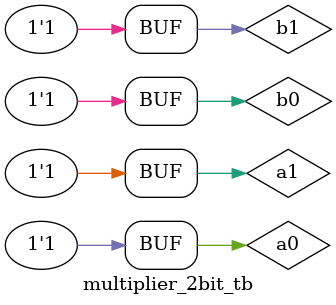
<source format=v>
`timescale 1ns/1ns
`include "exercise3.v"

module multiplier_2bit_tb();
    reg a1, a0, b1, b0;
    wire p3, p2, p1, p0;

    multiplier_2bit mult_2bit_1(a1, a0, b1, b0, p3, p2, p1, p0);
    initial begin
        $dumpfile("exercise3_tb.vcd");
        $dumpvars(0, multiplier_2bit_tb);

        a1 = 0; a0 = 0; b1 = 0; b0 = 0; #20;
        a1 = 0; a0 = 0; b1 = 0; b0 = 1; #20;
        a1 = 0; a0 = 0; b1 = 1; b0 = 0; #20;
        a1 = 0; a0 = 0; b1 = 1; b0 = 1; #20;

        a1 = 0; a0 = 1; b1 = 0; b0 = 0; #20;
        a1 = 0; a0 = 1; b1 = 0; b0 = 1; #20;
        a1 = 0; a0 = 1; b1 = 1; b0 = 0; #20;
        a1 = 0; a0 = 1; b1 = 1; b0 = 1; #20;

        a1 = 1; a0 = 0; b1 = 0; b0 = 0; #20;
        a1 = 1; a0 = 0; b1 = 0; b0 = 1; #20;
        a1 = 1; a0 = 0; b1 = 1; b0 = 0; #20;
        a1 = 1; a0 = 0; b1 = 1; b0 = 1; #20;

        a1 = 1; a0 = 1; b1 = 0; b0 = 0; #20;
        a1 = 1; a0 = 1; b1 = 0; b0 = 1; #20;
        a1 = 1; a0 = 1; b1 = 1; b0 = 0; #20;
        a1 = 1; a0 = 1; b1 = 1; b0 = 1; #20;

        $display("Test complete");
    end
endmodule
</source>
